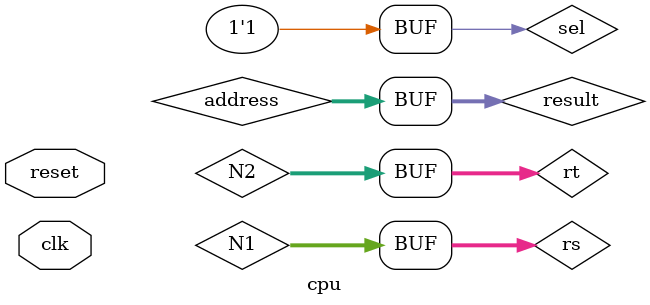
<source format=v>
module cpu(clk,reset);
	input  clk,reset;
	
	 reg sel;
	 reg[4:0] NI;
	 wire [4:0] N1,N2,rs,rt,rd;
	 reg [31:0] src2,DI;
	 wire [5:0] op;
	 wire [15:0] im; 
	 wire [5:0] func;
    wire[2:0] aluc;
	 wire writeMem,writeReg,wb,branch,jump,aluSrcB,memToReg,regDes,zero;
	 wire [25:0] insAddr;
	 wire[31:0] dataIn,src1,Outaddr,signIm,address,Q1,Q2,dataOut,result;
	 
	 initial
		begin
		sel = 1;
		end
	 
	 signExtend inssignExtend(im,sel,     signIm);
	 
	 
	 
	 pc inspc(clk, reset,jump, branch, signIm,insAddr,    Outaddr);
	 
	 
	 insMem insinsMem(Outaddr,       op,func,insAddr,rs,rt,rd,im);  
	
	
	 decoder insdecoder(op,func,zero,        aluc,writeReg,writeMem,branch,jump,aluSrcB,memToReg,regDes);
	 
	 
	 assign src1=Q1;
	 always@(posedge clk)
		if(aluSrcB==1)
			src2 = signIm;
		else
			src2 = Q2;
	 alu insalu(src1, src2, aluc,           zero, result);	 
	 
	 
	 
	 assign wb=writeMem;
	 assign dataIn=Q2;
	 assign address = result;
	 dataMem insdataMem(wb,address,dataIn,     dataOut);
	 
	 
	 
	 assign WE=writeReg;
	 always@(posedge clk)
		if(regDes == 1)
			NI = rt;
		else
			NI = rd;
	 always@(posedge clk)
		if(memToReg==1)
			DI = dataOut;
		else
			DI = result;
	 assign N1 = rs;
	 assign N2 = rt;
	 regfile insregfile(clk,WE,N1,N2,NI,DI,    Q1,Q2);
endmodule

</source>
